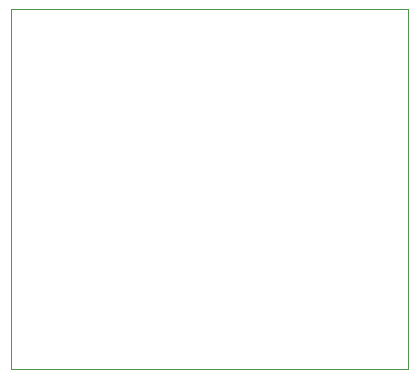
<source format=gbr>
G04 #@! TF.FileFunction,Profile,NP*
%FSLAX46Y46*%
G04 Gerber Fmt 4.6, Leading zero omitted, Abs format (unit mm)*
G04 Created by KiCad (PCBNEW 4.0.1-stable) date 4/22/2016 1:25:18 PM*
%MOMM*%
G01*
G04 APERTURE LIST*
%ADD10C,0.150000*%
%ADD11C,0.100000*%
G04 APERTURE END LIST*
D10*
D11*
X0Y0D02*
X33655000Y0D01*
X0Y-30480000D02*
X0Y0D01*
X33655000Y-30480000D02*
X0Y-30480000D01*
X33655000Y0D02*
X33655000Y-30480000D01*
M02*

</source>
